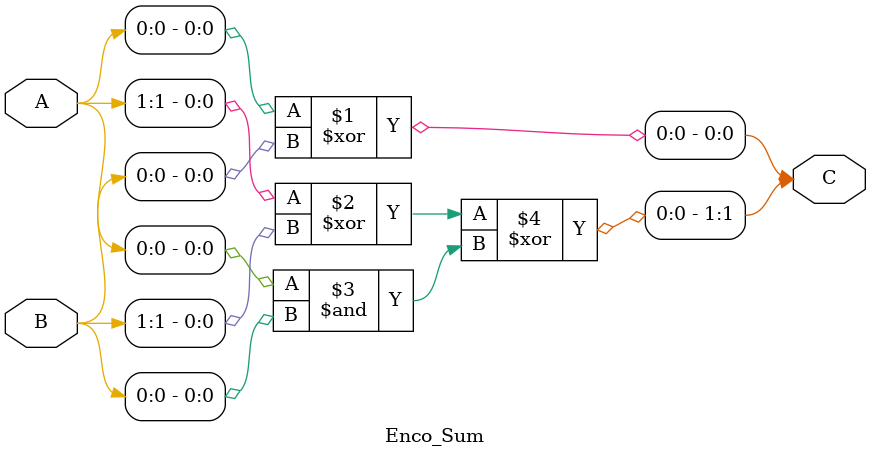
<source format=sv>
module Enco_Sum(
    input [1:0] A,B,
    output [1:0] C

);

assign C[0]  =  A[0] ^ B[0];

assign C[1] = (A[1] ^ B[1]) ^ (A[0] & B[0]);


endmodule
</source>
